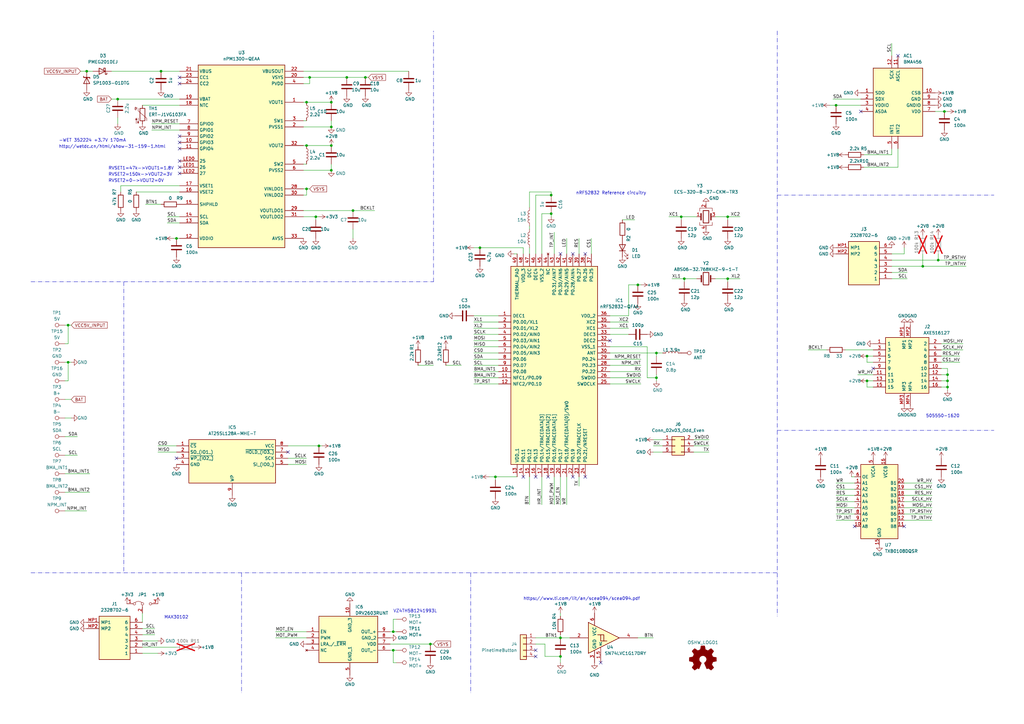
<source format=kicad_sch>
(kicad_sch (version 20231120) (generator "eeschema") (generator_version "8.0")
  (paper "A3")
  (title_block (title "AlpineTime 0.2"))
  (junction (at 279.4 88.9))
  (junction (at 144.78 86.36))
  (junction (at 125.73 41.91))
  (junction (at 149.86 31.75))
  (junction (at 269.24 154.94))
  (junction (at 298.45 114.3))
  (junction (at 176.53 264.16))
  (junction (at 203.2 195.58))
  (junction (at 142.24 31.75))
  (junction (at 196.85 101.6))
  (junction (at 229.87 269.24))
  (junction (at 388.62 153.67))
  (junction (at 72.39 97.79))
  (junction (at 27.94 148.59))
  (junction (at 226.06 80.01))
  (junction (at 135.89 41.91))
  (junction (at 355.6 156.21))
  (junction (at 378.46 109.22))
  (junction (at 280.67 114.3))
  (junction (at 388.62 156.21))
  (junction (at 384.81 106.68))
  (junction (at 342.9 43.18))
  (junction (at 66.04 29.21))
  (junction (at 127 31.75))
  (junction (at 129.54 88.9))
  (junction (at 135.89 59.69))
  (junction (at 355.6 146.05))
  (junction (at 125.73 59.69))
  (junction (at 35.56 29.21))
  (junction (at 130.81 182.88))
  (junction (at 135.89 52.07))
  (junction (at 269.24 144.78))
  (junction (at 261.62 116.84))
  (junction (at 161.29 266.7))
  (junction (at 298.45 88.9))
  (junction (at 161.29 259.08))
  (junction (at 229.87 261.62))
  (junction (at 387.35 45.72))
  (junction (at 135.89 69.85))
  (junction (at 48.26 40.64))
  (junction (at 27.94 133.35))
  (junction (at 388.62 158.75))
  (junction (at 226.06 87.63))
  (junction (at 125.73 77.47))
  (no_connect (at 73.66 55.88))
  (no_connect (at 73.66 60.96))
  (no_connect (at 240.03 195.58))
  (no_connect (at 229.87 104.14))
  (no_connect (at 246.38 271.78))
  (no_connect (at 219.71 269.24))
  (no_connect (at 73.66 34.29))
  (no_connect (at 350.52 215.9))
  (no_connect (at 224.79 195.58))
  (no_connect (at 73.66 31.75))
  (no_connect (at 219.71 195.58))
  (no_connect (at 250.19 139.7))
  (no_connect (at 240.03 104.14))
  (no_connect (at 353.06 45.72))
  (no_connect (at 358.14 151.13))
  (no_connect (at 118.11 185.42))
  (no_connect (at 219.71 266.7))
  (no_connect (at 234.95 195.58))
  (no_connect (at 73.66 66.04))
  (no_connect (at 214.63 195.58))
  (no_connect (at 370.84 215.9))
  (no_connect (at 368.3 22.86))
  (no_connect (at 73.66 71.12))
  (no_connect (at 73.66 58.42))
  (no_connect (at 73.66 68.58))
  (no_connect (at 234.95 104.14))
  (no_connect (at 72.39 187.96))
  (wire (pts (xy 346.71 143.51) (xy 358.14 143.51)))
  (wire (pts (xy 279.4 90.17) (xy 279.4 88.9)))
  (wire (pts (xy 229.87 269.24) (xy 223.52 269.24)))
  (wire (pts (xy 365.76 17.78) (xy 365.76 22.86)))
  (polyline (pts (xy 12.7 115.57) (xy 177.8 115.57)) (stroke (width 0) (type dash_dot)))
  (wire (pts (xy 144.78 97.79) (xy 144.78 93.98)))
  (wire (pts (xy 387.35 45.72) (xy 383.54 45.72)))
  (wire (pts (xy 58.42 251.46) (xy 58.42 255.27)))
  (wire (pts (xy 384.81 106.68) (xy 396.24 106.68)))
  (wire (pts (xy 293.37 114.3) (xy 298.45 114.3)))
  (wire (pts (xy 64.77 182.88) (xy 72.39 182.88)))
  (wire (pts (xy 365.76 111.76) (xy 372.11 111.76)))
  (wire (pts (xy 261.62 116.84) (xy 257.81 116.84)))
  (wire (pts (xy 26.67 171.45) (xy 29.21 171.45)))
  (wire (pts (xy 370.84 200.66) (xy 382.27 200.66)))
  (wire (pts (xy 194.31 101.6) (xy 196.85 101.6)))
  (wire (pts (xy 124.46 86.36) (xy 144.78 86.36)))
  (wire (pts (xy 237.49 97.79) (xy 237.49 104.14)))
  (wire (pts (xy 250.19 147.32) (xy 262.89 147.32)))
  (wire (pts (xy 378.46 104.14) (xy 378.46 109.22)))
  (wire (pts (xy 27.94 133.35) (xy 29.21 133.35)))
  (wire (pts (xy 194.31 142.24) (xy 204.47 142.24)))
  (wire (pts (xy 127 77.47) (xy 125.73 77.47)))
  (wire (pts (xy 341.63 40.64) (xy 353.06 40.64)))
  (wire (pts (xy 269.24 156.21) (xy 269.24 154.94)))
  (wire (pts (xy 33.02 29.21) (xy 35.56 29.21)))
  (wire (pts (xy 194.31 134.62) (xy 204.47 134.62)))
  (wire (pts (xy 370.84 208.28) (xy 382.27 208.28)))
  (wire (pts (xy 64.77 262.89) (xy 58.42 262.89)))
  (wire (pts (xy 250.19 142.24) (xy 265.43 142.24)))
  (wire (pts (xy 130.81 182.88) (xy 118.11 182.88)))
  (wire (pts (xy 49.53 76.2) (xy 73.66 76.2)))
  (wire (pts (xy 68.58 88.9) (xy 73.66 88.9)))
  (wire (pts (xy 26.67 148.59) (xy 27.94 148.59)))
  (wire (pts (xy 250.19 144.78) (xy 269.24 144.78)))
  (wire (pts (xy 388.62 45.72) (xy 387.35 45.72)))
  (wire (pts (xy 368.3 68.58) (xy 368.3 60.96)))
  (wire (pts (xy 250.19 154.94) (xy 262.89 154.94)))
  (wire (pts (xy 227.33 95.25) (xy 227.33 104.14)))
  (wire (pts (xy 298.45 88.9) (xy 303.53 88.9)))
  (wire (pts (xy 194.31 152.4) (xy 204.47 152.4)))
  (wire (pts (xy 27.94 140.97) (xy 27.94 133.35)))
  (wire (pts (xy 378.46 109.22) (xy 396.24 109.22)))
  (wire (pts (xy 127 31.75) (xy 142.24 31.75)))
  (wire (pts (xy 27.94 156.21) (xy 27.94 148.59)))
  (wire (pts (xy 342.9 213.36) (xy 350.52 213.36)))
  (wire (pts (xy 203.2 195.58) (xy 203.2 196.85)))
  (wire (pts (xy 280.67 115.57) (xy 280.67 114.3)))
  (wire (pts (xy 340.36 43.18) (xy 342.9 43.18)))
  (polyline (pts (xy 12.7 234.95) (xy 318.77 234.95)) (stroke (width 0) (type dash_dot)))
  (wire (pts (xy 386.08 156.21) (xy 388.62 156.21)))
  (wire (pts (xy 386.08 143.51) (xy 394.97 143.51)))
  (polyline (pts (xy 318.77 176.53) (xy 407.67 176.53)) (stroke (width 0) (type dash_dot)))
  (wire (pts (xy 132.08 182.88) (xy 130.81 182.88)))
  (wire (pts (xy 217.17 78.74) (xy 226.06 78.74)))
  (wire (pts (xy 226.06 78.74) (xy 226.06 80.01)))
  (wire (pts (xy 349.25 195.58) (xy 350.52 195.58)))
  (polyline (pts (xy 50.8 115.57) (xy 50.8 234.95)) (stroke (width 0) (type dash_dot)))
  (wire (pts (xy 48.26 40.64) (xy 73.66 40.64)))
  (wire (pts (xy 358.14 148.59) (xy 355.6 148.59)))
  (wire (pts (xy 194.31 144.78) (xy 204.47 144.78)))
  (wire (pts (xy 370.84 203.2) (xy 382.27 203.2)))
  (wire (pts (xy 355.6 156.21) (xy 358.14 156.21)))
  (wire (pts (xy 162.56 271.78) (xy 161.29 271.78)))
  (wire (pts (xy 280.67 114.3) (xy 285.75 114.3)))
  (wire (pts (xy 257.81 116.84) (xy 257.81 129.54)))
  (wire (pts (xy 250.19 149.86) (xy 262.89 149.86)))
  (wire (pts (xy 384.81 104.14) (xy 384.81 106.68)))
  (wire (pts (xy 342.9 200.66) (xy 350.52 200.66)))
  (wire (pts (xy 59.69 83.82) (xy 66.04 83.82)))
  (wire (pts (xy 269.24 146.05) (xy 269.24 144.78)))
  (wire (pts (xy 229.87 271.78) (xy 229.87 269.24)))
  (wire (pts (xy 162.56 254) (xy 161.29 254)))
  (wire (pts (xy 55.88 78.74) (xy 73.66 78.74)))
  (wire (pts (xy 161.29 271.78) (xy 161.29 266.7)))
  (wire (pts (xy 200.66 195.58) (xy 203.2 195.58)))
  (wire (pts (xy 26.67 186.69) (xy 31.75 186.69)))
  (wire (pts (xy 26.67 156.21) (xy 27.94 156.21)))
  (wire (pts (xy 219.71 80.01) (xy 226.06 80.01)))
  (wire (pts (xy 113.03 261.62) (xy 125.73 261.62)))
  (wire (pts (xy 370.84 213.36) (xy 382.27 213.36)))
  (wire (pts (xy 342.9 205.74) (xy 350.52 205.74)))
  (wire (pts (xy 26.67 209.55) (xy 35.56 209.55)))
  (wire (pts (xy 217.17 92.71) (xy 217.17 93.98)))
  (wire (pts (xy 279.4 88.9) (xy 285.75 88.9)))
  (wire (pts (xy 388.62 160.02) (xy 388.62 158.75)))
  (wire (pts (xy 194.31 137.16) (xy 204.47 137.16)))
  (wire (pts (xy 298.45 114.3) (xy 303.53 114.3)))
  (wire (pts (xy 342.9 198.12) (xy 350.52 198.12)))
  (wire (pts (xy 194.31 147.32) (xy 204.47 147.32)))
  (wire (pts (xy 171.45 149.86) (xy 177.8 149.86)))
  (wire (pts (xy 135.89 49.53) (xy 135.89 52.07)))
  (wire (pts (xy 222.25 195.58) (xy 222.25 207.01)))
  (wire (pts (xy 293.37 88.9) (xy 298.45 88.9)))
  (wire (pts (xy 229.87 251.46) (xy 229.87 252.73)))
  (wire (pts (xy 227.33 195.58) (xy 227.33 207.01)))
  (wire (pts (xy 161.29 266.7) (xy 160.02 266.7)))
  (wire (pts (xy 370.84 205.74) (xy 382.27 205.74)))
  (wire (pts (xy 370.84 210.82) (xy 382.27 210.82)))
  (wire (pts (xy 354.33 68.58) (xy 368.3 68.58)))
  (wire (pts (xy 125.73 77.47) (xy 124.46 77.47)))
  (wire (pts (xy 388.62 151.13) (xy 388.62 153.67)))
  (polyline (pts (xy 99.06 234.95) (xy 99.06 284.48)) (stroke (width 0) (type dash_dot)))
  (wire (pts (xy 365.76 63.5) (xy 365.76 60.96)))
  (wire (pts (xy 35.56 29.21) (xy 38.1 29.21)))
  (wire (pts (xy 26.67 194.31) (xy 36.83 194.31)))
  (wire (pts (xy 229.87 261.62) (xy 233.68 261.62)))
  (wire (pts (xy 388.62 156.21) (xy 388.62 158.75)))
  (wire (pts (xy 365.76 109.22) (xy 378.46 109.22)))
  (wire (pts (xy 386.08 146.05) (xy 393.7 146.05)))
  (wire (pts (xy 125.73 80.01) (xy 125.73 77.47)))
  (wire (pts (xy 217.17 101.6) (xy 217.17 104.14)))
  (wire (pts (xy 27.94 148.59) (xy 29.21 148.59)))
  (wire (pts (xy 222.25 104.14) (xy 222.25 87.63)))
  (wire (pts (xy 64.77 185.42) (xy 72.39 185.42)))
  (wire (pts (xy 386.08 151.13) (xy 388.62 151.13)))
  (wire (pts (xy 113.03 259.08) (xy 125.73 259.08)))
  (wire (pts (xy 127 31.75) (xy 127 34.29)))
  (wire (pts (xy 125.73 59.69) (xy 135.89 59.69)))
  (wire (pts (xy 358.14 158.75) (xy 355.6 158.75)))
  (wire (pts (xy 214.63 101.6) (xy 214.63 104.14)))
  (wire (pts (xy 365.76 114.3) (xy 372.11 114.3)))
  (wire (pts (xy 222.25 87.63) (xy 226.06 87.63)))
  (wire (pts (xy 162.56 266.7) (xy 161.29 266.7)))
  (wire (pts (xy 284.48 180.34) (xy 290.83 180.34)))
  (wire (pts (xy 161.29 254) (xy 161.29 259.08)))
  (wire (pts (xy 355.6 158.75) (xy 355.6 156.21)))
  (wire (pts (xy 26.67 179.07) (xy 31.75 179.07)))
  (wire (pts (xy 257.81 129.54) (xy 250.19 129.54)))
  (wire (pts (xy 386.08 140.97) (xy 394.97 140.97)))
  (wire (pts (xy 223.52 264.16) (xy 223.52 269.24)))
  (wire (pts (xy 58.42 265.43) (xy 72.39 265.43)))
  (wire (pts (xy 370.84 198.12) (xy 382.27 198.12)))
  (wire (pts (xy 274.32 88.9) (xy 279.4 88.9)))
  (wire (pts (xy 219.71 264.16) (xy 223.52 264.16)))
  (wire (pts (xy 250.19 157.48) (xy 262.89 157.48)))
  (wire (pts (xy 232.41 97.79) (xy 232.41 104.14)))
  (wire (pts (xy 370.84 104.14) (xy 370.84 101.6)))
  (wire (pts (xy 354.33 63.5) (xy 365.76 63.5)))
  (wire (pts (xy 351.79 153.67) (xy 358.14 153.67)))
  (wire (pts (xy 62.23 50.8) (xy 73.66 50.8)))
  (wire (pts (xy 298.45 90.17) (xy 298.45 88.9)))
  (wire (pts (xy 124.46 88.9) (xy 129.54 88.9)))
  (wire (pts (xy 124.46 29.21) (xy 167.64 29.21)))
  (wire (pts (xy 342.9 210.82) (xy 350.52 210.82)))
  (wire (pts (xy 203.2 195.58) (xy 212.09 195.58)))
  (wire (pts (xy 250.19 132.08) (xy 257.81 132.08)))
  (wire (pts (xy 219.71 261.62) (xy 229.87 261.62)))
  (wire (pts (xy 194.31 154.94) (xy 204.47 154.94)))
  (wire (pts (xy 267.97 185.42) (xy 271.78 185.42)))
  (wire (pts (xy 217.17 195.58) (xy 217.17 207.01)))
  (wire (pts (xy 261.62 261.62) (xy 267.97 261.62)))
  (wire (pts (xy 58.42 260.35) (xy 63.5 260.35)))
  (wire (pts (xy 64.77 267.97) (xy 58.42 267.97)))
  (wire (pts (xy 290.83 182.88) (xy 284.48 182.88)))
  (wire (pts (xy 58.42 257.81) (xy 63.5 257.81)))
  (wire (pts (xy 284.48 185.42) (xy 290.83 185.42)))
  (wire (pts (xy 194.31 157.48) (xy 204.47 157.48)))
  (wire (pts (xy 250.19 134.62) (xy 257.81 134.62)))
  (wire (pts (xy 176.53 264.16) (xy 160.02 264.16)))
  (wire (pts (xy 275.59 114.3) (xy 280.67 114.3)))
  (wire (pts (xy 45.72 40.64) (xy 48.26 40.64)))
  (wire (pts (xy 342.9 208.28) (xy 350.52 208.28)))
  (wire (pts (xy 26.67 201.93) (xy 36.83 201.93)))
  (wire (pts (xy 151.13 31.75) (xy 149.86 31.75)))
  (polyline (pts (xy 318.77 12.7) (xy 318.77 252.73)) (stroke (width 0) (type dash_dot)))
  (wire (pts (xy 62.23 53.34) (xy 73.66 53.34)))
  (wire (pts (xy 196.85 101.6) (xy 214.63 101.6)))
  (wire (pts (xy 386.08 158.75) (xy 388.62 158.75)))
  (wire (pts (xy 210.82 104.14) (xy 212.09 104.14)))
  (wire (pts (xy 355.6 146.05) (xy 358.14 146.05)))
  (polyline (pts (xy 193.04 234.95) (xy 193.04 284.48)) (stroke (width 0) (type dash_dot)))
  (wire (pts (xy 177.8 264.16) (xy 176.53 264.16)))
  (wire (pts (xy 118.11 190.5) (xy 125.73 190.5)))
  (wire (pts (xy 267.97 182.88) (xy 271.78 182.88)))
  (wire (pts (xy 162.56 259.08) (xy 161.29 259.08)))
  (wire (pts (xy 124.46 67.31) (xy 125.73 67.31)))
  (wire (pts (xy 255.27 90.17) (xy 260.35 90.17)))
  (wire (pts (xy 386.08 148.59) (xy 393.7 148.59)))
  (wire (pts (xy 124.46 80.01) (xy 125.73 80.01)))
  (wire (pts (xy 232.41 195.58) (xy 232.41 207.01)))
  (wire (pts (xy 194.31 149.86) (xy 204.47 149.86)))
  (wire (pts (xy 124.46 41.91) (xy 125.73 41.91)))
  (wire (pts (xy 265.43 154.94) (xy 269.24 154.94)))
  (wire (pts (xy 269.24 144.78) (xy 271.78 144.78)))
  (wire (pts (xy 262.89 116.84) (xy 261.62 116.84)))
  (wire (pts (xy 365.76 104.14) (xy 370.84 104.14)))
  (wire (pts (xy 66.04 29.21) (xy 73.66 29.21)))
  (wire (pts (xy 161.29 259.08) (xy 160.02 259.08)))
  (wire (pts (xy 26.67 140.97) (xy 27.94 140.97)))
  (wire (pts (xy 217.17 78.74) (xy 217.17 85.09)))
  (wire (pts (xy 250.19 152.4) (xy 262.89 152.4)))
  (wire (pts (xy 124.46 69.85) (xy 135.89 69.85)))
  (wire (pts (xy 265.43 142.24) (xy 265.43 154.94)))
  (wire (pts (xy 129.54 88.9) (xy 130.81 88.9)))
  (wire (pts (xy 331.47 143.51) (xy 339.09 143.51)))
  (wire (pts (xy 135.89 69.85) (xy 135.89 67.31)))
  (polyline (pts (xy 318.77 80.01) (xy 407.67 80.01)) (stroke (width 0) (type dash_dot)))
  (wire (pts (xy 124.46 31.75) (xy 127 31.75)))
  (wire (pts (xy 229.87 260.35) (xy 229.87 261.62)))
  (wire (pts (xy 182.88 149.86) (xy 189.23 149.86)))
  (wire (pts (xy 26.67 163.83) (xy 29.21 163.83)))
  (wire (pts (xy 194.31 132.08) (xy 204.47 132.08)))
  (wire (pts (xy 72.39 97.79) (xy 73.66 97.79)))
  (wire (pts (xy 242.57 97.79) (xy 242.57 104.14)))
  (wire (pts (xy 194.31 129.54) (xy 204.47 129.54)))
  (polyline (pts (xy 177.8 115.57) (xy 177.8 12.7)) (stroke (width 0) (type dash_dot)))
  (wire (pts (xy 269.24 154.94) (xy 269.24 153.67)))
  (wire (pts (xy 342.9 43.18) (xy 353.06 43.18)))
  (wire (pts (xy 355.6 146.05) (xy 355.6 148.59)))
  (wire (pts (xy 342.9 203.2) (xy 350.52 203.2)))
  (wire (pts (xy 124.46 49.53) (xy 125.73 49.53)))
  (wire (pts (xy 226.06 88.9) (xy 226.06 87.63)))
  (wire (pts (xy 58.42 43.18) (xy 73.66 43.18)))
  (wire (pts (xy 194.31 139.7) (xy 204.47 139.7)))
  (wire (pts (xy 45.72 29.21) (xy 66.04 29.21)))
  (wire (pts (xy 68.58 91.44) (xy 73.66 91.44)))
  (wire (pts (xy 71.12 97.79) (xy 72.39 97.79)))
  (wire (pts (xy 149.86 31.75) (xy 142.24 31.75)))
  (wire (pts (xy 118.11 187.96) (xy 125.73 187.96)))
  (wire (pts (xy 298.45 114.3) (xy 298.45 115.57)))
  (wire (pts (xy 388.62 153.67) (xy 388.62 156.21)))
  (wire (pts (xy 219.71 104.14) (xy 219.71 80.01)))
  (wire (pts (xy 124.46 59.69) (xy 125.73 59.69)))
  (wire (pts (xy 26.67 133.35) (xy 27.94 133.35)))
  (wire (pts (xy 124.46 34.29) (xy 127 34.29)))
  (wire (pts (xy 144.78 86.36) (xy 153.67 86.36)))
  (wire (pts (xy 386.08 153.67) (xy 388.62 153.67)))
  (wire (pts (xy 48.26 50.8) (xy 48.26 48.26)))
  (wire (pts (xy 49.53 78.74) (xy 49.53 76.2)))
  (wire (pts (xy 129.54 88.9) (xy 129.54 90.17)))
  (wire (pts (xy 365.76 106.68) (xy 384.81 106.68)))
  (wire (pts (xy 237.49 195.58) (xy 237.49 199.39)))
  (wire (pts (xy 124.46 52.07) (xy 135.89 52.07)))
  (wire (pts (xy 125.73 41.91) (xy 135.89 41.91)))
  (wire (pts (xy 250.19 137.16) (xy 257.81 137.16)))
  (wire (pts (xy 267.97 180.34) (xy 271.78 180.34)))
  (wire (pts (xy 229.87 195.58) (xy 229.87 207.01)))
  (text "https://www.ti.com/lit/an/scea094/scea094.pdf" (at 214.63 246.38 0) (effects (font (size 1.27 1.27)) (justify left bottom)))
  (text "	\nVZ4TH5B1241993L" (at 161.29 251.46 0) (effects (font (size 1.27 1.27)) (justify left bottom)))
  (text "RVSET2=150k->VOUT2=3V" (at 44.45 72.39 0) (effects (font (size 1.27 1.27)) (justify left bottom)))
  (text "RVSET1=47k->VOUT1=1.8V" (at 44.45 69.85 0) (effects (font (size 1.27 1.27)) (justify left bottom)))
  (text "nRF52832 Reference circuitry" (at 236.22 80.01 0) (effects (font (size 1.27 1.27)) (justify left bottom)))
  (text "http://wetdc.cn/html/show-31-159-1.html" (at 24.13 60.96 0) (effects (font (size 1.27 1.27)) (justify left bottom)))
  (text "-WET 352224 +3.7V 170mA" (at 24.13 58.42 0) (effects (font (size 1.27 1.27)) (justify left bottom)))
  (text "505550-1620 " (at 379.73 171.45 0) (effects (font (size 1.27 1.27)) (justify left bottom)))
  (text "MAX30102" (at 67.31 254 0) (effects (font (size 1.27 1.27)) (justify left bottom)))
  (text "RVSET2=0->VOUT2=0V" (at 44.45 74.93 0) (effects (font (size 1.27 1.27)) (justify left bottom)))
  (label "RES" (at 342.9 203.2 0))
  (label "SWCLK" (at 290.83 182.88 180))
  (label "SDA" (at 63.5 260.35 180))
  (label "CS0" (at 194.31 144.78 0))
  (label "SCL" (at 194.31 149.86 0))
  (label "BMA_INT1" (at 194.31 152.4 0))
  (label "SCLK" (at 194.31 137.16 0))
  (label "MOSI" (at 194.31 139.7 0))
  (label "SCLK" (at 342.9 205.74 0))
  (label "MISO" (at 64.77 185.42 0))
  (label "CS1" (at 342.9 200.66 0))
  (label "NPM_INT" (at 62.23 53.34 0))
  (label "SCL" (at 68.58 88.9 0))
  (label "XC1" (at 257.81 134.62 180))
  (label "TP_INTHV" (at 382.27 213.36 180))
  (label "TP_INT" (at 342.9 213.36 0))
  (label "NPM_INT" (at 262.89 149.86 180))
  (label "SCLK" (at 125.73 187.96 180))
  (label "SCL" (at 189.23 149.86 180))
  (label "SCL" (at 372.11 114.3 180))
  (label "MOSI_HV" (at 382.27 208.28 180))
  (label "SCL" (at 31.75 186.69 180))
  (label "MISO" (at 194.31 142.24 0))
  (label "MOT_PWM" (at 227.33 207.01 90))
  (label "BMA_INT1" (at 355.6 63.5 0))
  (label "BMA_INT2" (at 36.83 201.93 180))
  (label "BTN1" (at 59.69 83.82 0))
  (label "SDA" (at 341.63 40.64 0))
  (label "MOT_PWM" (at 113.03 261.62 0))
  (label "CS1_HV" (at 393.7 148.59 180))
  (label "XL1" (at 275.59 114.3 0))
  (label "MOSI" (at 125.73 190.5 180))
  (label "BMA_INT1" (at 36.83 194.31 180))
  (label "WR_HV" (at 351.79 153.67 0))
  (label "SCLK_HV" (at 382.27 205.74 180))
  (label "XC2" (at 303.53 88.9 180))
  (label "XL1" (at 194.31 132.08 0))
  (label "CS0" (at 64.77 182.88 0))
  (label "BMA_INT2" (at 355.6 68.58 0))
  (label "WR" (at 232.41 207.01 90))
  (label "RES_HV" (at 382.27 203.2 180))
  (label "TX" (at 290.83 185.42 180))
  (label "TX" (at 237.49 199.39 90))
  (label "BCKLT" (at 153.67 86.36 180))
  (label "RES_HV" (at 393.7 146.05 180))
  (label "SDA" (at 194.31 147.32 0))
  (label "HR_INT" (at 222.25 207.01 90))
  (label "BMA_INT2" (at 194.31 154.94 0))
  (label "WR" (at 342.9 198.12 0))
  (label "CS1" (at 242.57 97.79 270))
  (label "MOSI_HV" (at 394.97 140.97 180))
  (label "SCL" (at 365.76 17.78 270))
  (label "LED" (at 232.41 97.79 270))
  (label "XC1" (at 274.32 88.9 0))
  (label "MOT_EN" (at 113.03 259.08 0))
  (label "SWDIO" (at 262.89 154.94 180))
  (label "TP_INT" (at 227.33 95.25 270))
  (label "CS1_HV" (at 382.27 200.66 180))
  (label "RES" (at 237.49 97.79 270))
  (label "BTN" (at 267.97 261.62 180))
  (label "XC2" (at 257.81 132.08 180))
  (label "MOSI" (at 342.9 208.28 0))
  (label "WR_HV" (at 382.27 198.12 180))
  (label "SCLK_HV" (at 394.97 143.51 180))
  (label "BCKLT" (at 331.47 143.51 0))
  (label "XL2" (at 303.53 114.3 180))
  (label "TP_RST" (at 194.31 157.48 0))
  (label "MOT_EN" (at 229.87 207.01 90))
  (label "XL2" (at 194.31 134.62 0))
  (label "BTN1" (at 228.6 261.62 180))
  (label "TP_RST" (at 342.9 210.82 0))
  (label "TP_RSTHV" (at 382.27 210.82 180))
  (label "SDA" (at 177.8 149.86 180))
  (label "BTN" (at 217.17 207.01 90))
  (label "SDA" (at 68.58 91.44 0))
  (label "TP_RSTHV" (at 396.24 106.68 180))
  (label "RX" (at 267.97 182.88 0))
  (label "LED" (at 260.35 90.17 180))
  (label "HR_INT" (at 64.77 265.43 180))
  (label "NPM_INT" (at 35.56 209.55 180))
  (label "SWCLK" (at 262.89 157.48 180))
  (label "RX" (at 262.89 152.4 180))
  (label "SCL" (at 63.5 257.81 180))
  (label "SWDIO" (at 290.83 180.34 180))
  (label "NPM_RESET" (at 62.23 50.8 0))
  (label "TP_INTHV" (at 396.24 109.22 180))
  (label "SDA" (at 31.75 179.07 180))
  (label "SDA" (at 372.11 111.76 180))
  (label "NPM_RESET" (at 262.89 147.32 180))
  (global_label "VSYS" (shape input) (at 151.13 31.75 0) (property "Intersheetrefs" "${INTERSHEET_REFS}" (effects (hide yes))))
  (global_label "VCC5V_INPUT" (shape input) (at 33.02 29.21 180) (property "Intersheetrefs" "${INTERSHEET_REFS}" (effects (hide yes))))
  (global_label "VCC5V_INPUT" (shape input) (at 29.21 133.35 0) (property "Intersheetrefs" "${INTERSHEET_REFS}" (effects (hide yes))))
  (global_label "VSYS" (shape input) (at 177.8 264.16 0) (property "Intersheetrefs" "${INTERSHEET_REFS}" (effects (hide yes))))
  (global_label "VSYS" (shape input) (at 127 77.47 0) (property "Intersheetrefs" "${INTERSHEET_REFS}" (effects (hide yes))))
  (global_label "BAT" (shape input) (at 45.72 40.64 180) (property "Intersheetrefs" "${INTERSHEET_REFS}" (effects (hide yes))))
  (global_label "BAT" (shape input) (at 29.21 163.83 0) (property "Intersheetrefs" "${INTERSHEET_REFS}" (effects (hide yes))))
  (symbol (lib_id "Device:L") (at 217.17 97.79 180) (unit 1)
    (property "Reference" "L2" (at 213.36 96.52 0) (effects (justify right)))
    (property "Value" "10u" (at 212.09 99.06 0) (effects (justify right)))
    (property "Footprint" "Inductor_SMD:L_0603_1608Metric" (effects (hide yes)))
    (property "MPN" "MLZ1608M100WT000" (effects (hide yes)))
  )
  (symbol (lib_id "power:GND") (at 255.27 105.41 0) (unit 1)
    (property "Reference" "#PWR052" (effects (hide yes)))
    (property "Value" "GND" (at 255.27 109.22 0))
  )
  (symbol (lib_id "power:GND") (at 142.24 39.37 0) (unit 1)
    (property "Reference" "#PWR028" (effects (hide yes)))
    (property "Value" "GND" (at 144.78 43.18 0) (effects (justify right)))
  )
  (symbol (lib_id "Connector:TestPoint") (at 26.67 156.21 90) (unit 1)
    (property "Reference" "TP16" (at 23.368 151.13 90))
    (property "Value" "GND" (at 23.368 153.67 90))
    (property "Footprint" "TestPoint:TestPoint_Pad_D1.0mm" (effects (hide yes)))
  )
  (symbol (lib_id "Device:R") (at 49.53 82.55 0) (unit 1)
    (property "Reference" "R7" (at 46.99 78.74 90))
    (property "Value" "47k" (at 46.99 82.55 90))
    (property "Footprint" "Resistor_SMD:R_0402_1005Metric" (effects (hide yes)))
    (property "MPN" "RT0402FRE072K2L" (effects (hide yes)))
  )
  (symbol (lib_id "Device:C") (at 386.08 191.77 0) (unit 1)
    (property "Reference" "C12" (at 389.89 191.135 0) (effects (justify left)))
    (property "Value" "100n" (at 389.89 193.675 0) (effects (justify left)))
    (property "Footprint" "Capacitor_SMD:C_0402_1005Metric" (effects (hide yes)))
    (property "MPN" "GCM155R71C104KA55D" (effects (hide yes)))
  )
  (symbol (lib_id "Graphic:Logo_Open_Hardware_Small") (at 288.29 270.51 0) (unit 1) (exclude_from_sim yes) (in_bom no)
    (property "Reference" "OSHW_LOGO1" (at 288.29 263.525 0))
    (property "Value" "Logo_Open_Hardware_Small" (effects (hide yes)))
    (property "Footprint" "bao-lib:OSHW_logo.kicad_mod_silkscreen-front_5mm" (effects (hide yes)))
  )
  (symbol (lib_id "power:+1V8") (at 267.97 180.34 90) (unit 1)
    (property "Reference" "#PWR018" (effects (hide yes)))
    (property "Value" "+1V8" (at 262.89 180.34 90))
  )
  (symbol (lib_id "power:+3V3") (at 130.81 88.9 270) (unit 1)
    (property "Reference" "#PWR089" (effects (hide yes)))
    (property "Value" "+3V3" (at 133.35 88.9 90) (effects (justify left)))
  )
  (symbol (lib_id "power:GND") (at 269.24 156.21 0) (unit 1)
    (property "Reference" "#PWR01" (effects (hide yes)))
    (property "Value" "GND" (at 271.78 160.02 0) (effects (justify right)))
  )
  (symbol (lib_id "Device:R") (at 76.2 265.43 270) (unit 1) (dnp yes)
    (property "Reference" "R11" (at 80.01 262.89 90))
    (property "Value" "100k" (at 74.93 262.89 90))
    (property "Footprint" "Resistor_SMD:R_0402_1005Metric" (effects (hide yes)))
    (property "MPN" "RT0402FRE07100KL" (effects (hide yes)))
  )
  (symbol (lib_id "power:+2V8") (at 355.6 146.05 90) (unit 1)
    (property "Reference" "#PWR044" (effects (hide yes)))
    (property "Value" "+2V8" (at 350.52 146.05 90))
  )
  (symbol (lib_id "power:GND") (at 279.4 97.79 0) (unit 1)
    (property "Reference" "#PWR062" (effects (hide yes)))
    (property "Value" "GND" (at 281.94 101.6 0) (effects (justify right)))
  )
  (symbol (lib_id "power:+2V8") (at 370.84 101.6 0) (unit 1)
    (property "Reference" "#PWR033" (effects (hide yes)))
    (property "Value" "+2V8" (at 370.84 97.79 0))
  )
  (symbol (lib_id "Connector:TestPoint") (at 26.67 140.97 90) (unit 1)
    (property "Reference" "TP15" (at 23.368 135.89 90))
    (property "Value" "5V" (at 23.368 138.43 90))
    (property "Footprint" "TestPoint:TestPoint_Pad_D1.0mm" (effects (hide yes)))
  )
  (symbol (lib_id "power:+1V8") (at 200.66 195.58 90) (unit 1)
    (property "Reference" "#PWR021" (effects (hide yes)))
    (property "Value" "+1V8" (at 195.58 195.58 90))
  )
  (symbol (lib_id "power:GND") (at 143.51 247.65 180) (unit 1)
    (property "Reference" "#PWR06" (effects (hide yes)))
    (property "Value" "GND" (at 143.51 243.84 0))
  )
  (symbol (lib_id "power:GND") (at 265.43 137.16 90) (unit 1)
    (property "Reference" "#PWR050" (effects (hide yes)))
    (property "Value" "GND" (at 267.97 137.16 90) (effects (justify right)))
  )
  (symbol (lib_id "Device:C") (at 269.24 149.86 180) (unit 1)
    (property "Reference" "C14" (at 273.05 149.225 0) (effects (justify right)))
    (property "Value" "0.8p" (at 273.05 151.765 0) (effects (justify right)))
    (property "Footprint" "Capacitor_SMD:C_0402_1005Metric" (effects (hide yes)))
    (property "MPN" "GJM1555C1HR80WB01D" (effects (hide yes)))
  )
  (symbol (lib_id "power:GND") (at 342.9 104.14 270) (unit 1)
    (property "Reference" "#PWR043" (effects (hide yes)))
    (property "Value" "GND" (at 337.82 104.14 90))
  )
  (symbol (lib_id "power:GND") (at 29.21 148.59 90) (unit 1)
    (property "Reference" "#PWR045" (effects (hide yes)))
    (property "Value" "GND" (at 31.75 148.59 90) (effects (justify right)))
  )
  (symbol (lib_id "power:GND") (at 342.9 50.8 0) (unit 1)
    (property "Reference" "#PWR017" (effects (hide yes)))
    (property "Value" "GND" (at 342.9 54.61 0))
  )
  (symbol (lib_id "Device:C") (at 66.04 33.02 180) (unit 1)
    (property "Reference" "C2" (at 62.23 33.02 90))
    (property "Value" "1u" (at 69.85 33.02 90))
    (property "Footprint" "Capacitor_SMD:C_0603_1608Metric" (effects (hide yes)))
  )
  (symbol (lib_id "power:+1V8") (at 229.87 251.46 0) (unit 1)
    (property "Reference" "#PWR087" (effects (hide yes)))
    (property "Value" "+1V8" (at 229.87 247.65 0))
  )
  (symbol (lib_id "power:+2V8") (at 135.89 59.69 0) (unit 1)
    (property "Reference" "#PWR054" (effects (hide yes)))
    (property "Value" "+2V8" (at 135.89 55.88 0))
  )
  (symbol (lib_id "Device:C") (at 342.9 46.99 0) (unit 1)
    (property "Reference" "C5" (at 346.71 46.355 0) (effects (justify left)))
    (property "Value" "100n" (at 346.71 48.895 0) (effects (justify left)))
    (property "Footprint" "Capacitor_SMD:C_0402_1005Metric" (effects (hide yes)))
    (property "MPN" "GCM155R71C104KA55D" (effects (hide yes)))
  )
  (symbol (lib_id "power:GND") (at 289.56 83.82 180) (unit 1)
    (property "Reference" "#PWR061" (effects (hide yes)))
    (property "Value" "GND" (at 290.83 81.28 0) (effects (justify right)))
  )
  (symbol (lib_id "Device:R") (at 350.52 68.58 270) (unit 1)
    (property "Reference" "R10" (at 354.33 66.04 90))
    (property "Value" "2.2k" (at 350.52 66.04 90))
    (property "Footprint" "Resistor_SMD:R_0402_1005Metric" (effects (hide yes)))
    (property "MPN" "RT0402FRE072K2L" (effects (hide yes)))
  )
  (symbol (lib_id "Device:C") (at 130.81 186.69 0) (unit 1)
    (property "Reference" "C26" (at 134.62 186.055 0) (effects (justify left)))
    (property "Value" "100n" (at 134.62 188.595 0) (effects (justify left)))
    (property "Footprint" "Capacitor_SMD:C_0402_1005Metric" (effects (hide yes)))
    (property "MPN" "GCM155R71C104KA55D" (effects (hide yes)))
  )
  (symbol (lib_id "power:+1V8") (at 383.54 38.1 270) (unit 1)
    (property "Reference" "#PWR085" (effects (hide yes)))
    (property "Value" "+1V8" (at 388.62 38.1 90))
  )
  (symbol (lib_id "bao-lib:nRF52832-QFAA") (at 204.47 129.54 0) (unit 1)
    (property "Reference" "IC1" (at 254 123.2214 0))
    (property "Value" "nRF52832-QFAA" (at 254 125.7614 0))
    (property "Footprint" "Package_DFN_QFN:QFN-48-1EP_6x6mm_P0.4mm_EP4.66x4.66mm" (effects (hide yes)))
    (property "Datasheet" "http://infocenter.nordicsemi.com/pdf/nRF52832_PS_v1.3.pdf" (effects (hide yes)))
    (property "Description" "RF System on a Chip - SoC Multiprotocol Bluetooth Smart/ANT/2.4GHz SoC" (effects (hide yes)))
    (property "Height" "0.9" (effects (hide yes)))
    (property "Mouser Part Number" "949-NRF52832-QFAA-R7" (effects (hide yes)))
    (property "Mouser Price/Stock" "https://www.mouser.co.uk/ProductDetail/Nordic-Semiconductor/NRF52832-QFAA-R7?qs=4OAmtnimR16jAzs3W9owrg%3D%3D" (effects (hide yes)))
    (property "Manufacturer_Name" "Nordic Semiconductor" (effects (hide yes)))
    (property "Manufacturer_Part_Number" "nRF52832-QFAA" (effects (hide yes)))
  )
  (symbol (lib_id "Device:Thermistor_NTC") (at 58.42 46.99 0) (unit 1)
    (property "Reference" "TH1" (at 60.96 44.45 0) (effects (justify left)))
    (property "Value" "ERT-J1VG103FA" (at 60.96 46.99 0) (effects (justify left)))
    (property "Footprint" "Resistor_SMD:R_0603_1608Metric" (effects (hide yes)))
  )
  (symbol (lib_id "Device:C") (at 135.89 63.5 180) (unit 1)
    (property "Reference" "C1" (at 132.08 63.5 0))
    (property "Value" "10u" (at 139.7 63.5 0))
    (property "Footprint" "Capacitor_SMD:C_0603_1608Metric" (effects (hide yes)))
    (property "MPN" "CL10A106KP8NNNC" (effects (hide yes)))
  )
  (symbol (lib_id "power:GND") (at 95.25 203.2 0) (unit 1)
    (property "Reference" "#PWR046" (effects (hide yes)))
    (property "Value" "GND" (at 95.25 207.01 0))
  )
  (symbol (lib_id "power:GND") (at 48.26 50.8 0) (unit 1)
    (property "Reference" "#PWR074" (effects (hide yes)))
    (property "Value" "GND" (at 50.8 54.61 0) (effects (justify right)))
  )
  (symbol (lib_id "power:GND") (at 130.81 190.5 0) (unit 1)
    (property "Reference" "#PWR073" (effects (hide yes)))
    (property "Value" "GND" (at 130.81 194.31 0))
  )
  (symbol (lib_id "power:GND") (at 342.9 101.6 270) (unit 1)
    (property "Reference" "#PWR042" (effects (hide yes)))
    (property "Value" "GND" (at 337.82 101.6 90))
  )
  (symbol (lib_id "power:GND") (at 358.14 140.97 270) (unit 1)
    (property "Reference" "#PWR038" (effects (hide yes)))
    (property "Value" "GND" (at 353.06 140.97 90))
  )
  (symbol (lib_id "Connector:TestPoint") (at 162.56 254 270) (unit 1)
    (property "Reference" "TP13" (at 167.64 252.73 90) (effects (justify left)))
    (property "Value" "MOT+" (at 167.64 255.27 90) (effects (justify left)))
    (property "Footprint" "TestPoint:TestPoint_Pad_D1.0mm" (effects (hide yes)))
  )
  (symbol (lib_id "power:GND") (at 35.56 36.83 0) (unit 1)
    (property "Reference" "#PWR057" (effects (hide yes)))
    (property "Value" "GND" (at 38.1 40.64 0) (effects (justify right)))
  )
  (symbol (lib_id "power:+1V8") (at 171.45 142.24 0) (unit 1)
    (property "Reference" "#PWR082" (effects (hide yes)))
    (property "Value" "+1V8" (at 171.45 138.43 0))
  )
  (symbol (lib_id "bao-lib:AT25SL128A-MHE-T") (at 72.39 182.88 0) (unit 1)
    (property "Reference" "IC5" (at 95.25 175.26 0))
    (property "Value" "AT25SL128A-MHE-T" (at 95.25 177.8 0))
    (property "Footprint" "bao-lib:SON127P600X500X60-9N-D" (effects (hide yes)))
    (property "Datasheet" "https://www.renesas.com/us/en/products/memory-logic/non-volatile-memory/spi-nor-flash/dual-quad-spi-memory/at25sl128a-128mbit-17v-minimum-spi-serial-flash-memory-dual-io-quad-io-and-qpi-support" (effects (hide yes)))
    (property "Height" "0.6" (effects (hide yes)))
    (property "Mouser Part Number" "988-AT25SL128A-MHE-T" (effects (hide yes)))
    (property "Mouser Price/Stock" "https://www.mouser.co.uk/ProductDetail/Renesas-Dialog/AT25SL128A-MHE-T?qs=IS%252B4QmGtzzoXQyQfwYv36A%3D%3D" (effects (hide yes)))
    (property "Manufacturer_Name" "Renesas Electronics" (effects (hide yes)))
    (property "Manufacturer_Part_Number" "AT25SL128A-MHE-T" (effects (hide yes)))
  )
  (symbol (lib_id "Device:R") (at 378.46 100.33 0) (unit 1) (dnp yes)
    (property "Reference" "R13" (at 375.92 96.52 90))
    (property "Value" "100k" (at 375.92 101.6 90))
    (property "Footprint" "Resistor_SMD:R_0402_1005Metric" (effects (hide yes)))
    (property "MPN" "RT0402FRE07100KL" (effects (hide yes)))
  )
  (symbol (lib_id "Device:R") (at 182.88 146.05 0) (unit 1)
    (property "Reference" "R12" (at 180.34 142.24 90))
    (property "Value" "2.2k" (at 180.34 146.05 90))
    (property "Footprint" "Resistor_SMD:R_0402_1005Metric" (effects (hide yes)))
    (property "MPN" "RT0402FRE072K2L" (effects (hide yes)))
  )
  (symbol (lib_id "power:GND") (at 58.42 50.8 0) (unit 1)
    (property "Reference" "#PWR026" (effects (hide yes)))
    (property "Value" "GND" (at 60.96 54.61 0) (effects (justify right)))
  )
  (symbol (lib_id "Device:C") (at 196.85 105.41 180) (unit 1)
    (property "Reference" "C23" (at 193.04 105.41 90))
    (property "Value" "4.7u" (at 200.66 105.41 90))
    (property "Footprint" "Capacitor_SMD:C_0603_1608Metric" (effects (hide yes)))
    (property "MPN" "CL10A475KQ8NNNC" (effects (hide yes)))
  )
  (symbol (lib_id "power:+1V8") (at 194.31 101.6 90) (unit 1)
    (property "Reference" "#PWR020" (effects (hide yes)))
    (property "Value" "+1V8" (at 189.23 101.6 90))
  )
  (symbol (lib_id "power:GND") (at 289.56 93.98 0) (unit 1)
    (property "Reference" "#PWR060" (effects (hide yes)))
    (property "Value" "GND" (at 292.1 97.79 0) (effects (justify right)))
  )
  (symbol (lib_id "Device:C") (at 229.87 265.43 0) (unit 1)
    (property "Reference" "C13" (at 233.68 264.795 0) (effects (justify left)))
    (property "Value" "100n" (at 233.68 267.335 0) (effects (justify left)))
    (property "Footprint" "Capacitor_SMD:C_0402_1005Metric" (effects (hide yes)))
    (property "MPN" "GCM155R71C104KA55D" (effects (hide yes)))
  )
  (symbol (lib_id "power:GND") (at 49.53 86.36 0) (unit 1)
    (property "Reference" "#PWR029" (effects (hide yes)))
    (property "Value" "GND" (at 49.53 90.17 0))
  )
  (symbol (lib_id "power:+2V8") (at 349.25 195.58 0) (unit 1)
    (property "Reference" "#PWR081" (effects (hide yes)))
    (property "Value" "+2V8" (at 349.25 191.77 0))
  )
  (symbol (lib_id "power:GND") (at 135.89 52.07 0) (unit 1)
    (property "Reference" "#PWR031" (effects (hide yes)))
    (property "Value" "GND" (at 139.7 53.34 0))
  )
  (symbol (lib_id "power:+1V8") (at 71.12 97.79 90) (unit 1)
    (property "Reference" "#PWR019" (effects (hide yes)))
    (property "Value" "+1V8" (at 66.04 97.79 90))
  )
  (symbol (lib_id "power:GND") (at 387.35 53.34 0) (unit 1)
    (property "Reference" "#PWR016" (effects (hide yes)))
    (property "Value" "GND" (at 387.35 57.15 0))
  )
  (symbol (lib_id "power:GND") (at 64.77 262.89 90) (unit 1)
    (property "Reference" "#PWR092" (effects (hide yes)))
    (property "Value" "GND" (at 69.85 262.89 90))
  )
  (symbol (lib_id "Connector:TestPoint") (at 26.67 194.31 90) (unit 1)
    (property "Reference" "TP7" (at 23.368 189.23 90))
    (property "Value" "BMA_INT1" (at 23.368 191.77 90))
    (property "Footprint" "TestPoint:TestPoint_Pad_D1.0mm" (effects (hide yes)))
  )
  (symbol (lib_id "power:GND") (at 353.06 38.1 270) (unit 1)
    (property "Reference" "#PWR015" (effects (hide yes)))
    (property "Value" "GND" (at 347.98 38.1 90))
  )
  (symbol (lib_id "power:+1V8") (at 358.14 187.96 0) (unit 1)
    (property "Reference" "#PWR059" (effects (hide yes)))
    (property "Value" "+1V8" (at 358.14 184.15 0))
  )
  (symbol (lib_id "Device:C") (at 149.86 35.56 180) (unit 1)
    (property "Reference" "C18" (at 153.67 34.29 0))
    (property "Value" "10u" (at 153.67 36.83 0))
    (property "Footprint" "Capacitor_SMD:C_0603_1608Metric" (effects (hide yes)))
    (property "MPN" "CL10A106KP8NNNC" (effects (hide yes)))
  )
  (symbol (lib_id "Device:LED") (at 255.27 101.6 90) (unit 1)
    (property "Reference" "D1" (at 259.08 102.5525 90) (effects (justify right)))
    (property "Value" "LED" (at 259.08 105.0925 90) (effects (justify right)))
    (property "Footprint" "LED_SMD:LED_0402_1005Metric" (effects (hide yes)))
    (property "MPN" "APHHS1005LSECK/J3-PF" (effects (hide yes)))
  )
  (symbol (lib_id "power:GND") (at 149.86 39.37 0) (unit 1)
    (property "Reference" "#PWR072" (effects (hide yes)))
    (property "Value" "GND" (at 152.4 43.18 0) (effects (justify right)))
  )
  (symbol (lib_id "Device:C") (at 72.39 101.6 0) (unit 1)
    (property "Reference" "C6" (at 76.2 100.965 0) (effects (justify left)))
    (property "Value" "100n" (at 76.2 103.505 0) (effects (justify left)))
    (property "Footprint" "Capacitor_SMD:C_0402_1005Metric" (effects (hide yes)))
    (property "MPN" "GCM155R71C104KA55D" (effects (hide yes)))
  )
  (symbol (lib_id "Device:C") (at 142.24 35.56 180) (unit 1)
    (property "Reference" "C9" (at 146.05 34.29 0))
    (property "Value" "10u" (at 146.05 36.83 0))
    (property "Footprint" "Capacitor_SMD:C_0603_1608Metric" (effects (hide yes)))
    (property "MPN" "CL10A106KP8NNNC" (effects (hide yes)))
  )
  (symbol (lib_id "power:GND") (at 370.84 133.35 180) (unit 1)
    (property "Reference" "#PWR035" (effects (hide yes)))
    (property "Value" "GND" (at 368.3 129.54 0) (effects (justify right)))
  )
  (symbol (lib_id "power:GND") (at 386.08 195.58 0) (unit 1)
    (property "Reference" "#PWR076" (effects (hide yes)))
    (property "Value" "GND" (at 386.08 199.39 0))
  )
  (symbol (lib_id "Connector:TestPoint") (at 26.67 186.69 90) (unit 1)
    (property "Reference" "TP6" (at 23.368 181.61 90))
    (property "Value" "SCL" (at 23.368 184.15 90))
    (property "Footprint" "TestPoint:TestPoint_Pad_D1.0mm" (effects (hide yes)))
  )
  (symbol (lib_id "power:+1V8") (at 243.84 251.46 0) (unit 1)
    (property "Reference" "#PWR055" (effects (hide yes)))
    (property "Value" "+1V8" (at 243.84 247.65 0))
  )
  (symbol (lib_id "power:+1V8") (at 346.71 63.5 90) (unit 1)
    (property "Reference" "#PWR024" (effects (hide yes)))
    (property "Value" "+1V8" (at 341.63 63.5 90))
  )
  (symbol (lib_id "Device:L") (at 217.17 88.9 180) (unit 1)
    (property "Reference" "L3" (at 213.36 87.63 0) (effects (justify right)))
    (property "Value" "15n" (at 212.09 90.17 0) (effects (justify right)))
    (property "Footprint" "Inductor_SMD:L_0402_1005Metric" (effects (hide yes)))
    (property "MPN" "LQG15HS15NJ02D" (effects (hide yes)))
  )
  (symbol (lib_id "power:GND") (at 388.62 160.02 0) (unit 1)
    (property "Reference" "#PWR039" (effects (hide yes)))
    (property "Value" "GND" (at 388.62 163.83 0))
  )
  (symbol (lib_id "bao-lib:D_TVS") (at 35.56 33.02 270) (unit 1)
    (property "Reference" "D5" (at 38.1 31.496 90) (effects (justify left)))
    (property "Value" "SP1003-01DTG" (at 38.1 34.036 90) (effects (justify left)))
    (property "Footprint" "bao-lib:SODFL1406X65N" (effects (hide yes)))
  )
  (symbol (lib_id "power:+2V8") (at 355.6 156.21 90) (unit 1)
    (property "Reference" "#PWR075" (effects (hide yes)))
    (property "Value" "+2V8" (at 350.52 156.21 90))
  )
  (symbol (lib_id "power:+1V8") (at 80.01 265.43 270) (unit 1)
    (property "Reference" "#PWR093" (effects (hide yes)))
    (property "Value" "+1V8" (at 85.09 265.43 90))
  )
  (symbol (lib_id "power:GND") (at 196.85 109.22 0) (unit 1)
    (property "Reference" "#PWR051" (effects (hide yes)))
    (property "Value" "GND" (at 196.85 113.03 0))
  )
  (symbol (lib_id "Device:R") (at 171.45 146.05 0) (unit 1)
    (property "Reference" "R1" (at 168.91 142.24 90))
    (property "Value" "2.2k" (at 168.91 146.05 90))
    (property "Footprint" "Resistor_SMD:R_0402_1005Metric" (effects (hide yes)))
    (property "MPN" "RT0402FRE072K2L" (effects (hide yes)))
  )
  (symbol (lib_id "Device:C") (at 261.62 120.65 180) (unit 1)
    (property "Reference" "C25" (at 265.43 120.015 0) (effects (justify right)))
    (property "Value" "100n" (at 265.43 122.555 0) (effects (justify right)))
    (property "Footprint" "Capacitor_SMD:C_0402_1005Metric" (effects (hide yes)))
    (property "MPN" "GCM155R71C104KA55D" (effects (hide yes)))
  )
  (symbol (lib_id "Connector:TestPoint") (at 162.56 259.08 270) (unit 1)
    (property "Reference" "TP11" (at 167.64 257.81 90) (effects (justify left)))
    (property "Value" "MOT+" (at 167.64 260.35 90) (effects (justify left)))
    (property "Footprint" "bao-lib:Pad_7.0x2.5mm" (effects (hide yes)))
  )
  (symbol (lib_id "Device:C") (at 48.26 44.45 180) (unit 1)
    (property "Reference" "C27" (at 44.45 44.45 90))
    (property "Value" "2.2u" (at 52.07 44.45 90))
    (property "Footprint" "Capacitor_SMD:C_0603_1608Metric" (effects (hide yes)))
    (property "MPN" "CL10B105KP8NNNC" (effects (hide yes)))
  )
  (symbol (lib_id "Connector:TestPoint") (at 26.67 201.93 90) (unit 1)
    (property "Reference" "TP8" (at 23.368 196.85 90))
    (property "Value" "BMA_INT2" (at 23.368 199.39 90))
    (property "Footprint" "TestPoint:TestPoint_Pad_D1.0mm" (effects (hide yes)))
  )
  (symbol (lib_id "power:GND") (at 370.84 166.37 0) (unit 1)
    (property "Reference" "#PWR037" (effects (hide yes)))
    (property "Value" "GND" (at 372.11 170.18 0) (effects (justify right)))
  )
  (symbol (lib_id "power:+3V3") (at 52.07 247.65 0) (unit 1)
    (property "Reference" "#PWR058" (effects (hide yes)))
    (property "Value" "+3V3" (at 49.53 243.84 0) (effects (justify left)))
  )
  (symbol (lib_id "power:+1V8") (at 388.62 45.72 270) (unit 1)
    (property "Reference" "#PWR086" (effects (hide yes)))
    (property "Value" "+1V8" (at 393.7 45.72 90))
  )
  (symbol (lib_id "bao-lib:NPM1300-QEAA") (at 97.79 60.96 0) (unit 1)
    (property "Reference" "U3" (at 99.06 21.59 0))
    (property "Value" "nPM1300-QEAA" (at 99.06 24.13 0))
    (property "Footprint" "Package_DFN_QFN:QFN-32-1EP_5x5mm_P0.5mm_EP3.3x3.3mm" (effects (hide yes)))
    (property "Datasheet" "https://infocenter.nordicsemi.com/pdf/nPM1300_PS_v1.0.pdf" (effects (hide yes)))
  )
  (symbol (lib_id "power:GND") (at 365.76 101.6 180) (unit 1)
    (property "Reference" "#PWR056" (effects (hide yes)))
    (property "Value" "GND" (at 365.76 97.79 0))
  )
  (symbol (lib_id "Connector:TestPoint") (at 26.67 209.55 90) (unit 1)
    (property "Reference" "TP9" (at 23.368 204.47 90))
    (property "Value" "NPM_INT" (at 23.368 207.01 90))
    (property "Footprint" "TestPoint:TestPoint_Pad_D1.0mm" (effects (hide yes)))
  )
  (symbol (lib_id "Connector:TestPoint") (at 26.67 148.59 90) (unit 1)
    (property "Reference" "TP2" (at 23.368 143.51 90))
    (property "Value" "GND" (at 23.368 146.05 90))
    (property "Footprint" "TestPoint:TestPoint_Pad_D2.0mm" (effects (hide yes)))
  )
  (symbol (lib_id "power:GND") (at 176.53 271.78 0) (unit 1)
    (property "Reference" "#PWR096" (effects (hide yes)))
    (property "Value" "GND" (at 176.53 275.59 0))
  )
  (symbol (lib_id "power:GND") (at 129.54 97.79 0) (unit 1)
    (property "Reference" "#PWR084" (effects (hide yes)))
    (property "Value" "GND" (at 129.54 101.6 0))
  )
  (symbol (lib_id "power:GND") (at 35.56 255.27 270) (unit 1)
    (property "Reference" "#PWR040" (effects (hide yes)))
    (property "Value" "GND" (at 30.48 255.27 90))
  )
  (symbol (lib_id "power:GND") (at 360.68 223.52 0) (unit 1)
    (property "Reference" "#PWR098" (effects (hide yes)))
    (property "Value" "GND" (at 361.95 227.33 0) (effects (justify right)))
  )
  (symbol (lib_id "power:GND") (at 336.55 195.58 0) (unit 1)
    (property "Reference" "#PWR069" (effects (hide yes)))
    (property "Value" "GND" (at 336.55 199.39 0))
  )
  (symbol (lib_id "power:GND") (at 203.2 204.47 0) (unit 1)
    (property "Reference" "#PWR067" (effects (hide yes)))
    (property "Value" "GND" (at 203.2 208.28 0))
  )
  (symbol (lib_id "Connector:TestPoint") (at 26.67 171.45 90) (unit 1)
    (property "Reference" "TP4" (at 23.368 166.37 90))
    (property "Value" "B-" (at 23.368 168.91 90))
    (property "Footprint" "bao-lib:TestPoint_Pad_Oval_1.0x2.0mm" (effects (hide yes)))
  )
  (symbol (lib_id "Device:C") (at 167.64 33.02 180) (unit 1)
    (property "Reference" "C8" (at 163.83 33.02 0))
    (property "Value" "1u" (at 171.45 33.02 0))
    (property "Footprint" "Capacitor_SMD:C_0603_1608Metric" (effects (hide yes)))
  )
  (symbol (lib_id "bao-lib:2328702-6") (at 35.56 255.27 0) (unit 1)
    (property "Reference" "J1" (at 46.99 247.65 0))
    (property "Value" "2328702-6" (at 46.99 250.19 0))
    (property "Footprint" "bao-lib:23287026" (effects (hide yes)))
    (property "Datasheet" "https://www.te.com/commerce/DocumentDelivery/DDEController?Action=showdoc&DocId=Customer+Drawing%7F2328702%7F5%7Fpdf%7FEnglish%7FENG_CD_2328702_5.pdf%7F2328702-6" (effects (hide yes)))
    (property "Description" "AMP - TE CONNECTIVITY - 2328702-6 - CONNECTOR, FPC, R/A, 6POS, 1ROW, 0.5MM" (effects (hide yes)))
    (property "Height" "1.1" (effects (hide yes)))
    (property "Mouser Part Number" "571-2328702-6" (effects (hide yes)))
    (property "Mouser Price/Stock" "https://www.mouser.co.uk/ProductDetail/TE-Connectivity/2328702-6?qs=w%2Fv1CP2dgqrAQsCHQ2ClBQ%3D%3D" (effects (hide yes)))
    (property "Manufacturer_Name" "TE Connectivity" (effects (hide yes)))
    (property "Manufacturer_Part_Number" "2328702-6" (effects (hide yes)))
  )
  (symbol (lib_id "Device:C") (at 190.5 129.54 90) (unit 1)
    (property "Reference" "C3" (at 190.5 123.19 90))
    (property "Value" "100n" (at 190.5 125.73 90))
    (property "Footprint" "Capacitor_SMD:C_0402_1005Metric" (effects (hide yes)))
    (property "MPN" "GCM155R71C104KA55D" (effects (hide yes)))
  )
  (symbol (lib_id "power:+1V8") (at 336.55 187.96 0) (unit 1)
    (property "Reference" "#PWR077" (effects (hide yes)))
    (property "Value" "+1V8" (at 336.55 184.15 0))
  )
  (symbol (lib_id "Device:R") (at 350.52 63.5 270) (unit 1)
    (property "Reference" "R5" (at 354.33 60.96 90))
    (property "Value" "2.2k" (at 350.52 60.96 90))
    (property "Footprint" "Resistor_SMD:R_0402_1005Metric" (effects (hide yes)))
    (property "MPN" "RT0402FRE072K2L" (effects (hide yes)))
  )
  (symbol (lib_id "power:+2V8") (at 363.22 187.96 0) (unit 1)
    (property "Reference" "#PWR088" (effects (hide yes)))
    (property "Value" "+2V8" (at 363.22 184.15 0))
  )
  (symbol (lib_id "bao-lib:2328702-6") (at 342.9 101.6 0) (unit 1)
    (property "Reference" "J3" (at 354.33 93.98 0))
    (property "Value" "2328702-6" (at 354.33 96.52 0))
    (property "Footprint" "bao-lib:23287026" (effects (hide yes)))
    (property "Datasheet" "https://www.te.com/commerce/DocumentDelivery/DDEController?Action=showdoc&DocId=Customer+Drawing%7F2328702%7F5%7Fpdf%7FEnglish%7FENG_CD_2328702_5.pdf%7F2328702-6" (effects (hide yes)))
    (property "Description" "AMP - TE CONNECTIVITY - 2328702-6 - CONNECTOR, FPC, R/A, 6POS, 1ROW, 0.5MM" (effects (hide yes)))
    (property "Height" "1.1" (effects (hide yes)))
    (property "Mouser Part Number" "571-2328702-6" (effects (hide yes)))
    (property "Mouser Price/Stock" "https://www.mouser.co.uk/ProductDetail/TE-Connectivity/2328702-6?qs=w%2Fv1CP2dgqrAQsCHQ2ClBQ%3D%3D" (effects (hide yes)))
    (property "Manufacturer_Name" "TE Connectivity" (effects (hide yes)))
    (property "Manufacturer_Part_Number" "2328702-6" (effects (hide yes)))
  )
  (symbol (lib_id "Device:C") (at 298.45 93.98 180) (unit 1)
    (property "Reference" "C20" (at 300.99 93.98 0) (effects (justify right)))
    (property "Value" "12p" (at 300.99 96.52 0) (effects (justify right)))
    (property "Footprint" "Capacitor_SMD:C_0402_1005Metric" (effects (hide yes)))
    (property "MPN" "GRM1555C1H120GA01D" (effects (hide yes)))
  )
  (symbol (lib_id "Device:D_Schottky") (at 41.91 29.21 180) (unit 1)
    (property "Reference" "D3" (at 42.2275 22.86 0))
    (property "Value" "PMEG2010EJ" (at 42.2275 25.4 0))
    (property "Footprint" "bao-lib:SODFL2512X80N" (effects (hide yes)))
  )
  (symbol (lib_id "Device:Crystal") (at 289.56 114.3 0) (unit 1)
    (property "Reference" "Y2" (at 289.56 107.95 0))
    (property "Value" "ABS06-32.768KHZ-9-1-T" (at 289.56 110.49 0))
    (property "Footprint" "bao-lib:ABS0612732768KHZT" (effects (hide yes)))
  )
  (symbol (lib_id "Device:R") (at 384.81 100.33 0) (unit 1) (dnp yes)
    (property "Reference" "R14" (at 382.27 96.52 90))
    (property "Value" "100k" (at 382.27 101.6 90))
    (property "Footprint" "Resistor_SMD:R_0402_1005Metric" (effects (hide yes)))
    (property "MPN" "RT0402FRE07100KL" (effects (hide yes)))
  )
  (symbol (lib_id "power:+1V8") (at 346.71 68.58 90) (unit 1)
    (property "Reference" "#PWR070" (effects (hide yes)))
    (property "Value" "+1V8" (at 341.63 68.58 90))
  )
  (symbol (lib_id "Logic_LevelTranslator:TXB0108DQSR") (at 360.68 205.74 0) (unit 1)
    (property "Reference" "U7" (at 362.8741 223.52 0) (effects (justify left)))
    (property "Value" "TXB0108DQSR" (at 362.8741 226.06 0) (effects (justify left)))
    (property "Footprint" "Package_SON:USON-20_2x4mm_P0.4mm" (effects (hide yes)))
    (property "Datasheet" "http://www.ti.com/lit/ds/symlink/txb0108.pdf" (effects (hide yes)))
  )
  (symbol (lib_id "power:GND") (at 143.51 276.86 0) (unit 1)
    (property "Reference" "#PWR05" (effects (hide yes)))
    (property "Value" "GND" (at 143.51 280.67 0))
  )
  (symbol (lib_id "power:+1V8") (at 135.89 41.91 0) (unit 1)
    (property "Reference" "#PWR032" (effects (hide yes)))
    (property "Value" "+1V8" (at 135.89 38.1 0))
  )
  (symbol (lib_id "power:+1V8") (at 262.89 116.84 270) (unit 1)
    (property "Reference" "#PWR022" (effects (hide yes)))
    (property "Value" "+1V8" (at 267.97 116.84 90))
  )
  (symbol (lib_id "Device:C") (at 144.78 90.17 180) (unit 1)
    (property "Reference" "C7" (at 140.97 90.17 0))
    (property "Value" "10u" (at 148.59 90.17 0))
    (property "Footprint" "Capacitor_SMD:C_0603_1608Metric" (effects (hide yes)))
    (property "MPN" "CL10A106KP8NNNC" (effects (hide yes)))
  )
  (symbol (lib_id "Device:R") (at 69.85 83.82 270) (unit 1)
    (property "Reference" "R9" (at 73.66 81.28 90))
    (property "Value" "0" (at 69.85 81.28 90))
    (property "Footprint" "Resistor_SMD:R_0402_1005Metric" (effects (hide yes)))
    (property "MPN" "RT0402FRE072K2L" (effects (hide yes)))
  )
  (symbol (lib_id "Connector:TestPoint") (at 26.67 133.35 90) (unit 1)
    (property "Reference" "TP1" (at 23.368 128.27 90))
    (property "Value" "5V" (at 23.368 130.81 90))
    (property "Footprint" "TestPoint:TestPoint_Pad_D2.0mm" (effects (hide yes)))
  )
  (symbol (lib_id "bao-lib:BMA456") (at 353.06 38.1 0) (unit 1)
    (property "Reference" "AC1" (at 370.4941 22.86 0) (effects (justify left)))
    (property "Value" "BMA456" (at 370.4941 25.4 0) (effects (justify left)))
    (property "Footprint" "bao-lib:BOSCH_LGA-12" (effects (hide yes)))
    (property "Datasheet" "https://ae-bst.resource.bosch.com/media/_tech/media/datasheets/BST-BMA456-DS000.pdf" (effects (hide yes)))
    (property "Description" "Accelerometers Triaxial low-g 16bit Acceleration Sensor" (effects (hide yes)))
    (property "Mouser Part Number" "262-BMA456" (effects (hide yes)))
    (property "Mouser Price/Stock" "https://www.mouser.co.uk/ProductDetail/Bosch-Sensortec/BMA456?qs=HXFqYaX1Q2wJz6UBQvRc5g%3D%3D" (effects (hide yes)))
    (property "Manufacturer_Name" "BOSCH" (effects (hide yes)))
    (property "Manufacturer_Part_Number" "BMA456" (effects (hide yes)))
  )
  (symbol (lib_id "Connector_Generic:Conn_02x03_Odd_Even") (at 276.86 182.88 0) (unit 1)
    (property "Reference" "J6" (at 278.13 173.99 0))
    (property "Value" "Conn_02x03_Odd_Even" (at 278.13 176.53 0))
    (property "Footprint" "Connector_PinHeader_1.27mm:PinHeader_2x03_P1.27mm_Vertical" (effects (hide yes)))
  )
  (symbol (lib_id "power:+1V8") (at 182.88 142.24 0) (unit 1)
    (property "Reference" "#PWR083" (effects (hide yes)))
    (property "Value" "+1V8" (at 182.88 138.43 0))
  )
  (symbol (lib_id "power:GND") (at 125.73 264.16 270) (unit 1)
    (property "Reference" "#PWR030" (effects (hide yes)))
    (property "Value" "GND" (at 120.65 264.16 90))
  )
  (symbol (lib_id "Jumper:Jumper_3_Bridged12") (at 58.42 247.65 0) (unit 1)
    (property "Reference" "JP1" (at 58.42 243.84 0))
    (property "Value" "~" (at 58.42 243.84 0))
    (property "Footprint" "bao-lib:R_0402_1005Metric_jumper" (effects (hide yes)))
  )
  (symbol (lib_id "power:GND") (at 373.38 133.35 180) (unit 1)
    (property "Reference" "#PWR034" (effects (hide yes)))
    (property "Value" "GND" (at 372.11 129.54 0) (effects (justify right)))
  )
  (symbol (lib_id "power:+2V8") (at 378.46 96.52 0) (unit 1)
    (property "Reference" "#PWR078" (effects (hide yes)))
    (property "Value" "+2V8" (at 378.46 92.71 0))
  )
  (symbol (lib_id "Device:C") (at 176.53 267.97 0) (unit 1)
    (property "Reference" "C29" (at 180.34 267.335 0) (effects (justify left)))
    (property "Value" "100n" (at 180.34 269.875 0) (effects (justify left)))
    (property "Footprint" "Capacitor_SMD:C_0402_1005Metric" (effects (hide yes)))
    (property "MPN" "GCM155R71C104KA55D" (effects (hide yes)))
  )
  (symbol (lib_id "power:GND") (at 72.39 105.41 0) (unit 1)
    (property "Reference" "#PWR047" (effects (hide yes)))
    (property "Value" "GND" (at 72.39 109.22 0))
  )
  (symbol (lib_id "power:GND") (at 383.54 40.64 90) (unit 1)
    (property "Reference" "#PWR013" (effects (hide yes)))
    (property "Value" "GND" (at 388.62 40.64 90))
  )
  (symbol (lib_id "power:GND") (at 144.78 97.79 0) (unit 1)
    (property "Reference" "#PWR049" (effects (hide yes)))
    (property "Value" "GND" (at 144.78 101.6 0))
  )
  (symbol (lib_id "Device:L") (at 275.59 144.78 90) (unit 1)
    (property "Reference" "L1" (at 273.05 143.51 90))
    (property "Value" "3.9n" (at 276.86 143.51 90))
    (property "Footprint" "Inductor_SMD:L_0402_1005Metric" (effects (hide yes)))
    (property "MPN" "MCL1005-3R9-R" (effects (hide yes)))
  )
  (symbol (lib_id "Connector:TestPoint") (at 26.67 163.83 90) (unit 1)
    (property "Reference" "TP3" (at 23.368 158.75 90))
    (property "Value" "B+" (at 23.368 161.29 90))
    (property "Footprint" "bao-lib:TestPoint_Pad_Oval_1.0x2.0mm" (effects (hide yes)))
  )
  (symbol (lib_id "power:+1V8") (at 132.08 182.88 270) (unit 1)
    (property "Reference" "#PWR09" (effects (hide yes)))
    (property "Value" "+1V8" (at 137.16 182.88 90))
  )
  (symbol (lib_id "Device:C") (at 280.67 119.38 180) (unit 1)
    (property "Reference" "C21" (at 283.21 119.38 0) (effects (justify right)))
    (property "Value" "12p" (at 283.21 121.92 0) (effects (justify right)))
    (property "Footprint" "Capacitor_SMD:C_0402_1005Metric" (effects (hide yes)))
    (property "MPN" "GRM1555C1H120GA01D" (effects (hide yes)))
  )
  (symbol (lib_id "power:+2V8") (at 386.08 187.96 0) (unit 1)
    (property "Reference" "#PWR079" (effects (hide yes)))
    (property "Value" "+2V8" (at 386.08 184.15 0))
  )
  (symbol (lib_id "power:GND") (at 29.21 171.45 90) (unit 1)
    (property "Reference" "#PWR02" (effects (hide yes)))
    (property "Value" "GND" (at 31.75 171.45 90) (effects (justify right)))
  )
  (symbol (lib_id "power:GND") (at 373.38 166.37 0) (unit 1)
    (property "Reference" "#PWR036" (effects (hide yes)))
    (property "Value" "GND" (at 375.92 170.18 0) (effects (justify right)))
  )
  (symbol (lib_id "power:GND") (at 383.54 43.18 90) (unit 1)
    (property "Reference" "#PWR014" (effects (hide yes)))
    (property "Value" "GND" (at 388.62 43.18 90))
  )
  (symbol (lib_id "Connector_Generic:Conn_01x04") (at 214.63 264.16 0) (mirror y) (unit 1)
    (property "Reference" "J4" (at 212.09 264.16 0) (effects (justify left)))
    (property "Value" "PinetimeButton" (at 212.09 266.7 0) (effects (justify left)))
    (property "Footprint" "bao-lib:PinetimeButton" (effects (hide yes)))
  )
  (symbol (lib_id "Device:R") (at 255.27 93.98 180) (unit 1)
    (property "Reference" "R2" (at 257.81 97.79 90))
    (property "Value" "0" (at 257.81 93.98 90))
    (property "Footprint" "Resistor_SMD:R_0402_1005Metric" (effects (hide yes)))
    (property "MPN" "RC0402FR-07330RL" (effects (hide yes)))
  )
  (symbol (lib_id "power:GND") (at 135.89 69.85 0) (unit 1)
    (property "Reference" "#PWR025" (effects (hide yes)))
    (property "Value" "GND" (at 139.7 71.12 0))
  )
  (symbol (lib_id "power:GND") (at 186.69 129.54 270) (unit 1)
    (property "Reference" "#PWR04" (effects (hide yes)))
    (property "Value" "GND" (at 184.15 129.54 90) (effects (justify right)))
  )
  (symbol (lib_id "Connector:TestPoint") (at 279.4 144.78 270) (unit 1)
    (property "Reference" "TP10" (at 284.48 144.145 90) (effects (justify left)))
    (property "Value" "ANT" (at 284.48 146.685 90) (effects (justify left)))
    (property "Footprint" "TestPoint:TestPoint_Pad_D1.5mm" (effects (hide yes)))
  )
  (symbol (lib_id "bao-lib:AXE516127") (at 363.22 138.43 270) (unit 1)
    (property "Reference" "J2" (at 380.365 133.985 90))
    (property "Value" "AXE516127" (at 384.175 136.525 90))
    (property "Footprint" "bao-lib:AXE516127" (effects (hide yes)))
    (property "Datasheet" "fleet.w.morgan@gmail.com" (effects (hide yes)))
    (property "Description" "Panasonic, A4S 0.4mm Pitch 16 Way 2 Row PCB Socket, Surface Mount, Solder Termination" (effects (hide yes)))
    (property "Height" "0.97" (effects (hide yes)))
    (property "Mouser Part Number" "679-AXE516127" (effects (hide yes)))
    (property "Mouser Price/Stock" "https://www.mouser.co.uk/ProductDetail/Panasonic-Industrial-Devices/AXE516127?qs=HSwFsqQPTVMrVPWrf6z3ug%3D%3D" (effects (hide yes)))
    (property "Manufacturer_Name" "Panasonic" (effects (hide yes)))
    (property "Manufacturer_Part_Number" "AXE516127" (effects (hide yes)))
  )
  (symbol (lib_id "power:+2V8") (at 384.81 96.52 0) (unit 1)
    (property "Reference" "#PWR080" (effects (hide yes)))
    (property "Value" "+2V8" (at 384.81 92.71 0))
  )
  (symbol (lib_id "Device:C") (at 203.2 200.66 180) (unit 1)
    (property "Reference" "C24" (at 207.01 200.025 0) (effects (justify right)))
    (property "Value" "100n" (at 207.01 202.565 0) (effects (justify right)))
    (property "Footprint" "Capacitor_SMD:C_0402_1005Metric" (effects (hide yes)))
    (property "MPN" "GCM155R71C104KA55D" (effects (hide yes)))
  )
  (symbol (lib_id "power:GND") (at 72.39 190.5 0) (unit 1)
    (property "Reference" "#PWR03" (effects (hide yes)))
    (property "Value" "GND" (at 72.39 194.31 0))
  )
  (symbol (lib_id "power:GND") (at 298.45 123.19 0) (unit 1)
    (property "Reference" "#PWR065" (effects (hide yes)))
    (property "Value" "GND" (at 300.99 127 0) (effects (justify right)))
  )
  (symbol (lib_id "Device:C") (at 226.06 83.82 0) (unit 1)
    (property "Reference" "C16" (at 229.87 83.82 90))
    (property "Value" "1u" (at 222.25 83.82 90))
    (property "Footprint" "Capacitor_SMD:C_0603_1608Metric" (effects (hide yes)))
    (property "MPN" "CL10B105KP8NNNC" (effects (hide yes)))
  )
  (symbol (lib_id "Connector:TestPoint") (at 162.56 266.7 270) (unit 1)
    (property "Reference" "TP12" (at 167.64 265.43 90) (effects (justify left)))
    (property "Value" "MOT-" (at 167.64 267.97 90) (effects (justify left)))
    (property "Footprint" "bao-lib:Pad_7.0x2.5mm" (effects (hide yes)))
  )
  (symbol (lib_id "power:GND") (at 160.02 261.62 90) (unit 1)
    (property "Reference" "#PWR07" (effects (hide yes)))
    (property "Value" "GND" (at 165.1 261.62 90))
  )
  (symbol (lib_id "power:GND") (at 167.64 36.83 0) (unit 1)
    (property "Reference" "#PWR012" (effects (hide yes)))
    (property "Value" "GND" (at 170.18 40.64 0) (effects (justify right)))
  )
  (symbol (lib_id "Device:C") (at 387.35 49.53 0) (unit 1)
    (property "Reference" "C4" (at 391.16 48.895 0) (effects (justify left)))
    (property "Value" "100n" (at 391.16 51.435 0) (effects (justify left)))
    (property "Footprint" "Capacitor_SMD:C_0402_1005Metric" (effects (hide yes)))
    (property "MPN" "GCM155R71C104KA55D" (effects (hide yes)))
  )
  (symbol (lib_id "power:GND") (at 66.04 36.83 0) (unit 1)
    (property "Reference" "#PWR011" (effects (hide yes)))
    (property "Value" "GND" (at 71.12 39.37 0) (effects (justify right)))
  )
  (symbol (lib_id "power:+1V8") (at 64.77 247.65 0) (unit 1)
    (property "Reference" "#PWR091" (effects (hide yes)))
    (property "Value" "+1V8" (at 64.77 243.84 0))
  )
  (symbol (lib_id "Device:Crystal_GND24") (at 289.56 88.9 0) (unit 1)
    (property "Reference" "Y3" (at 287.02 76.2 0))
    (property "Value" "ECS-320-8-37-CKM-TR3" (at 289.56 78.74 0))
    (property "Footprint" "bao-lib:ECS320837CKMTR3" (effects (hide yes)))
  )
  (symbol (lib_id "Device:R") (at 342.9 143.51 90) (unit 1)
    (property "Reference" "R8" (at 339.09 146.05 90))
    (property "Value" "33" (at 344.17 146.05 90))
    (property "Footprint" "Resistor_SMD:R_0402_1005Metric" (effects (hide yes)))
    (property "MPN" "RT0402FRE0733RL" (effects (hide yes)))
  )
  (symbol (lib_id "power:+3V3") (at 64.77 267.97 270) (unit 1)
    (property "Reference" "#PWR090" (effects (hide yes)))
    (property "Value" "+3V3" (at 67.31 267.97 90) (effects (justify left)))
  )
  (symbol (lib_id "power:GND") (at 298.45 97.79 0) (unit 1)
    (property "Reference" "#PWR063" (effects (hide yes)))
    (property "Value" "GND" (at 300.99 101.6 0) (effects (justify right)))
  )
  (symbol (lib_id "Device:C") (at 336.55 191.77 0) (unit 1)
    (property "Reference" "C11" (at 340.36 191.135 0) (effects (justify left)))
    (property "Value" "100n" (at 340.36 193.675 0) (effects (justify left)))
    (property "Footprint" "Capacitor_SMD:C_0402_1005Metric" (effects (hide yes)))
    (property "MPN" "GCM155R71C104KA55D" (effects (hide yes)))
  )
  (symbol (lib_id "Device:L") (at 125.73 45.72 0) (unit 1)
    (property "Reference" "L5" (at 127 44.45 0) (effects (justify left)))
    (property "Value" "2.2u" (at 127 46.99 0) (effects (justify left)))
    (property "Footprint" "bao-lib:CIGT201610" (effects (hide yes)))
    (property "MPN" "CIGT201610EH2R2MNE" (effects (hide yes)))
  )
  (symbol (lib_id "bao-lib:SN74LVC1G17DRY") (at 248.92 261.62 0) (unit 1)
    (property "Reference" "U4" (at 250.19 265.43 0))
    (property "Value" "SN74LVC1G17DRY" (at 256.54 267.97 0))
    (property "Footprint" "bao-lib:SON50P100X145X60-6N" (effects (hide yes)))
    (property "Datasheet" "https://www.ti.com/lit/ds/symlink/sn74lvc1g17.pdf" (effects (hide yes)))
  )
  (symbol (lib_id "Device:R") (at 55.88 82.55 0) (unit 1)
    (property "Reference" "R6" (at 53.34 78.74 90))
    (property "Value" "0" (at 53.34 82.55 90))
    (property "Footprint" "Resistor_SMD:R_0402_1005Metric" (effects (hide yes)))
    (property "MPN" "RT0402FRE072K2L" (effects (hide yes)))
  )
  (symbol (lib_id "Device:C") (at 261.62 137.16 270) (unit 1)
    (property "Reference" "C15" (at 261.62 140.97 90))
    (property "Value" "100p" (at 261.62 133.35 90))
    (property "Footprint" "Capacitor_SMD:C_0402_1005Metric" (effects (hide yes)))
    (property "MPN" "GRM1555C1H101JA01D" (effects (hide yes)))
  )
  (symbol (lib_id "power:GND") (at 243.84 271.78 0) (unit 1)
    (property "Reference" "#PWR048" (effects (hide yes)))
    (property "Value" "GND" (at 243.84 276.86 0))
  )
  (symbol (lib_id "Connector:TestPoint") (at 162.56 271.78 270) (unit 1)
    (property "Reference" "TP14" (at 167.64 270.51 90) (effects (justify left)))
    (property "Value" "MOT+" (at 167.64 273.05 90) (effects (justify left)))
    (property "Footprint" "TestPoint:TestPoint_Pad_D1.0mm" (effects (hide yes)))
  )
  (symbol (lib_id "power:+1V8") (at 340.36 43.18 90) (unit 1)
    (property "Reference" "#PWR023" (effects (hide yes)))
    (property "Value" "+1V8" (at 335.28 43.18 90))
  )
  (symbol (lib_id "Device:C") (at 129.54 93.98 180) (unit 1)
    (property "Reference" "C28" (at 125.73 93.98 0))
    (property "Value" "10u" (at 133.35 93.98 0))
    (property "Footprint" "Capacitor_SMD:C_0603_1608Metric" (effects (hide yes)))
    (property "MPN" "CL10A106KP8NNNC" (effects (hide yes)))
  )
  (symbol (lib_id "Device:C") (at 298.45 119.38 180) (unit 1)
    (property "Reference" "C22" (at 300.99 119.38 0) (effects (justify right)))
    (property "Value" "12p" (at 300.99 121.92 0) (effects (justify right)))
    (property "Footprint" "Capacitor_SMD:C_0402_1005Metric" (effects (hide yes)))
    (property "MPN" "GRM1555C1H120GA01D" (effects (hide yes)))
  )
  (symbol (lib_id "Device:R") (at 229.87 256.54 0) (unit 1)
    (property "Reference" "R4" (at 227.33 252.73 90))
    (property "Value" "10k" (at 227.33 256.54 90))
    (property "Footprint" "Resistor_SMD:R_0402_1005Metric" (effects (hide yes)))
    (property "MPN" "RT0402FRE0710KL" (effects (hide yes)))
  )
  (symbol (lib_id "bao-lib:DRV2603RUNT") (at 143.51 262.89 0) (unit 1)
    (property "Reference" "IC6" (at 145.7041 248.92 0) (effects (justify left)))
    (property "Value" "DRV2603RUNT" (at 145.7041 251.46 0) (effects (justify left)))
    (property "Footprint" "bao-lib:QFN50P200X200X80-10N-D" (effects (hide yes)))
    (property "Datasheet" "http://www.ti.com/lit/ds/symlink/drv2603.pdf" (effects (hide yes)))
    (property "Height" "0.8" (effects (hide yes)))
    (property "Mouser Part Number" "595-DRV2603RUNT" (effects (hide yes)))
    (property "Mouser Price/Stock" "https://www.mouser.co.uk/ProductDetail/Texas-Instruments/DRV2603RUNT?qs=y0LsnOHuQQ66fXxKAgGo4A%3D%3D" (effects (hide yes)))
    (property "Manufacturer_Name" "Texas Instruments" (effects (hide yes)))
    (property "Manufacturer_Part_Number" "DRV2603RUNT" (effects (hide yes)))
  )
  (symbol (lib_id "power:GND") (at 261.62 124.46 0) (unit 1)
    (property "Reference" "#PWR066" (effects (hide yes)))
    (property "Value" "GND" (at 261.62 128.27 0))
  )
  (symbol (lib_id "Device:L") (at 125.73 63.5 0) (unit 1)
    (property "Reference" "L4" (at 127 62.23 0) (effects (justify left)))
    (property "Value" "2.2u" (at 127 64.77 0) (effects (justify left)))
    (property "Footprint" "bao-lib:CIGT201610" (effects (hide yes)))
    (property "MPN" "CIGT201610EH2R2MNE" (effects (hide yes)))
  )
  (symbol (lib_id "power:GND") (at 124.46 97.79 0) (unit 1)
    (property "Reference" "#PWR010" (effects (hide yes)))
    (property "Value" "GND" (at 124.46 101.6 0))
  )
  (symbol (lib_id "power:GND") (at 267.97 185.42 270) (unit 1)
    (property "Reference" "#PWR08" (effects (hide yes)))
    (property "Value" "GND" (at 262.89 185.42 90))
  )
  (symbol (lib_id "Device:C") (at 279.4 93.98 180) (unit 1)
    (property "Reference" "C19" (at 281.94 93.98 0) (effects (justify right)))
    (property "Value" "12p" (at 281.94 96.52 0) (effects (justify right)))
    (property "Footprint" "Capacitor_SMD:C_0402_1005Metric" (effects (hide yes)))
    (property "MPN" "GRM1555C1H120GA01D" (effects (hide yes)))
  )
  (symbol (lib_id "Device:C") (at 135.89 45.72 180) (unit 1)
    (property "Reference" "C10" (at 132.08 45.72 0))
    (property "Value" "10u" (at 139.7 45.72 0))
    (property "Footprint" "Capacitor_SMD:C_0603_1608Metric" (effects (hide yes)))
    (property "MPN" "CL10A106KP8NNNC" (effects (hide yes)))
  )
  (symbol (lib_id "power:GND") (at 35.56 257.81 270) (unit 1)
    (property "Reference" "#PWR041" (effects (hide yes)))
    (property "Value" "GND" (at 30.48 257.81 90))
  )
  (symbol (lib_id "Connector:TestPoint") (at 26.67 179.07 90) (unit 1)
    (property "Reference" "TP5" (at 23.368 173.99 90))
    (property "Value" "SDA" (at 23.368 176.53 90))
    (property "Footprint" "TestPoint:TestPoint_Pad_D1.0mm" (effects (hide yes)))
  )
  (symbol (lib_id "power:GND") (at 210.82 104.14 270) (unit 1)
    (property "Reference" "#PWR068" (effects (hide yes)))
    (property "Value" "GND" (at 207.01 104.775 90) (effects (justify right)))
  )
  (symbol (lib_id "power:GND") (at 226.06 88.9 0) (unit 1)
    (property "Reference" "#PWR053" (effects (hide yes)))
    (property "Value" "GND" (at 226.06 92.71 0))
  )
  (symbol (lib_id "power:GND") (at 280.67 123.19 0) (unit 1)
    (property "Reference" "#PWR064" (effects (hide yes)))
    (property "Value" "GND" (at 283.21 127 0) (effects (justify right)))
  )
  (symbol (lib_id "power:GND") (at 55.88 86.36 0) (unit 1)
    (property "Reference" "#PWR027" (effects (hide yes)))
    (property "Value" "GND" (at 55.88 90.17 0))
  )
  (symbol (lib_id "power:GND") (at 229.87 271.78 0) (unit 1)
    (property "Reference" "#PWR071" (effects (hide yes)))
    (property "Value" "GND" (at 232.41 275.59 0) (effects (justify right)))
  )
)
</source>
